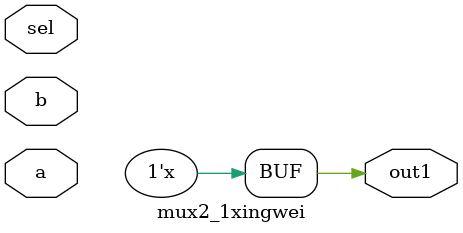
<source format=v>
`timescale 1ns/100ps

module mux2_1xingwei(a,b,sel,out1);
	input a,b,sel;
	output reg out1;
	reg sel_,a1,b1;

	always
		@(a or b or sel) begin
			sel_<= ~ sel;
			a1<=a & sel_;
			b1<=sel & b;
			out1<= a1 | b1;
		end
endmodule



</source>
